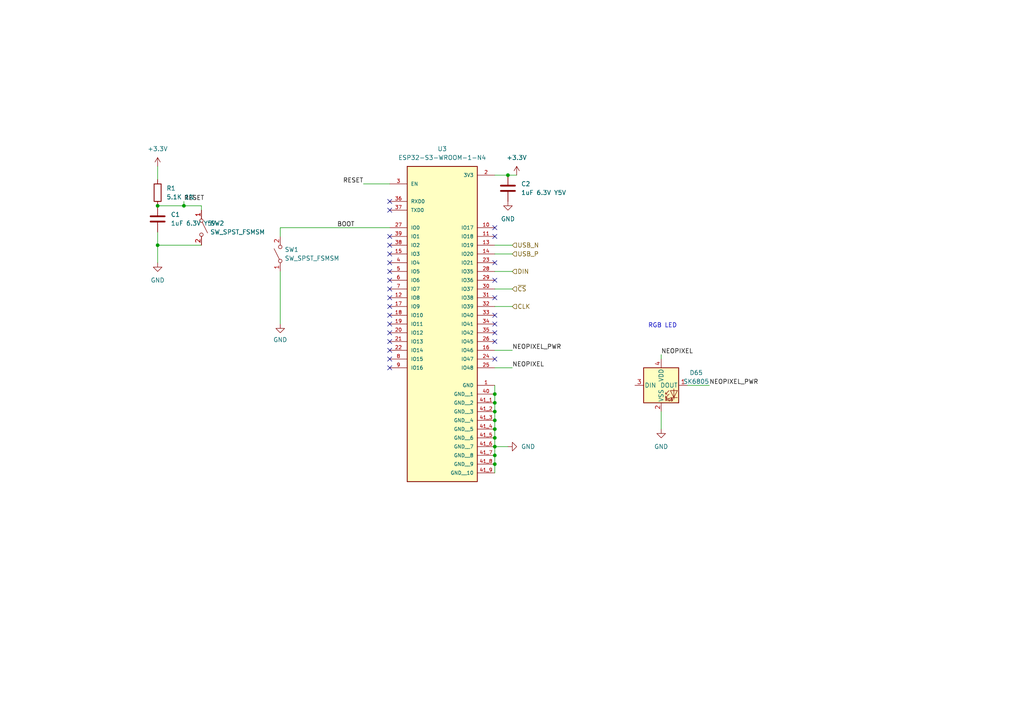
<source format=kicad_sch>
(kicad_sch (version 20230121) (generator eeschema)
  (paper "A4")
  (lib_symbols
    (symbol "Device:C" (pin_numbers hide) (pin_names (offset 0.254))
      (property "Reference" "C" (at 0.635 2.54 0))
      (property "Value" "C" (at 0.635 -2.54 0))
      (symbol "C_0_1"
        (polyline (pts (xy -2.032 -0.762) (xy 2.032 -0.762)) (stroke (width 0.508)))
        (polyline (pts (xy -2.032 0.762) (xy 2.032 0.762)) (stroke (width 0.508)))
      )
      (symbol "C_1_1"
        (pin passive line (at 0 3.81 270) (length 2.794) (name "~") (number "1"))
        (pin passive line (at 0 -3.81 90) (length 2.794) (name "~") (number "2"))
      )
    )
    (symbol "Device:R" (pin_numbers hide) (pin_names (offset 0))
      (property "Reference" "R" (at 2.032 0 90))
      (property "Value" "R" (at 0 0 90))
      (symbol "R_0_1"
        (rectangle (start -1.016 -2.54) (end 1.016 2.54) (stroke (width 0.254)))
      )
      (symbol "R_1_1"
        (pin passive line (at 0 3.81 270) (length 1.27) (name "~") (number "1"))
        (pin passive line (at 0 -3.81 90) (length 1.27) (name "~") (number "2"))
      )
    )
    (symbol "LED:SK6805" (pin_names (offset 0.254))
      (property "Reference" "D" (at 5.08 5.715 0))
      (property "Value" "SK6805" (at 1.27 -5.715 0))
      (symbol "SK6805_0_0"
        (text "RGB" (at 2.286 -4.191 0) (effects (font (size 0.762 0.762))))
      )
      (symbol "SK6805_0_1"
        (polyline (pts (xy 1.27 -3.556) (xy 1.778 -3.556)))
        (polyline (pts (xy 1.27 -2.54) (xy 1.778 -2.54)))
        (polyline (pts (xy 4.699 -3.556) (xy 2.667 -3.556)))
        (polyline (pts (xy 2.286 -2.54) (xy 1.27 -3.556) (xy 1.27 -3.048)))
        (polyline (pts (xy 2.286 -1.524) (xy 1.27 -2.54) (xy 1.27 -2.032)))
        (polyline (pts (xy 3.683 -1.016) (xy 3.683 -3.556) (xy 3.683 -4.064)))
        (polyline (pts (xy 4.699 -1.524) (xy 2.667 -1.524) (xy 3.683 -3.556) (xy 4.699 -1.524)))
        (rectangle (start 5.08 5.08) (end -5.08 -5.08) (stroke (width 0.254)) (fill (type background)))
      )
      (symbol "SK6805_1_1"
        (pin output line (at 7.62 0 180) (length 2.54) (name "DOUT") (number "1"))
        (pin power_in line (at 0 -7.62 90) (length 2.54) (name "VSS") (number "2"))
        (pin input line (at -7.62 0 0) (length 2.54) (name "DIN") (number "3"))
        (pin power_in line (at 0 7.62 270) (length 2.54) (name "VDD") (number "4"))
      )
    )
    (symbol "New_Library:ESP32-S3-WROOM-1-N4" (pin_names (offset 1.016))
      (property "Reference" "U" (at -10.16 34.1122 0))
      (property "Value" "ESP32-S3-WROOM-1-N4" (at -10.16 -60.96 0))
      (symbol "ESP32-S3-WROOM-1-N4_0_0"
        (rectangle (start -10.16 -58.42) (end 10.16 33.02) (stroke (width 0.254)) (fill (type background)))
        (pin power_in line (at 15.24 -30.48 180) (length 5.08) (name "GND") (number "1"))
        (pin bidirectional line (at 15.24 15.24 180) (length 5.08) (name "IO17") (number "10"))
        (pin bidirectional line (at 15.24 12.7 180) (length 5.08) (name "IO18") (number "11"))
        (pin bidirectional line (at -15.24 -5.08 0) (length 5.08) (name "IO8") (number "12"))
        (pin bidirectional line (at 15.24 10.16 180) (length 5.08) (name "IO19") (number "13"))
        (pin bidirectional line (at 15.24 7.62 180) (length 5.08) (name "IO20") (number "14"))
        (pin bidirectional line (at -15.24 7.62 0) (length 5.08) (name "IO3") (number "15"))
        (pin bidirectional line (at 15.24 -20.32 180) (length 5.08) (name "IO46") (number "16"))
        (pin bidirectional line (at -15.24 -7.62 0) (length 5.08) (name "IO9") (number "17"))
        (pin bidirectional line (at -15.24 -10.16 0) (length 5.08) (name "IO10") (number "18"))
        (pin bidirectional line (at -15.24 -12.7 0) (length 5.08) (name "IO11") (number "19"))
        (pin power_in line (at 15.24 30.48 180) (length 5.08) (name "3V3") (number "2"))
        (pin bidirectional line (at -15.24 -15.24 0) (length 5.08) (name "IO12") (number "20"))
        (pin bidirectional line (at -15.24 -17.78 0) (length 5.08) (name "IO13") (number "21"))
        (pin bidirectional line (at -15.24 -20.32 0) (length 5.08) (name "IO14") (number "22"))
        (pin bidirectional line (at 15.24 5.08 180) (length 5.08) (name "IO21") (number "23"))
        (pin bidirectional line (at 15.24 -22.86 180) (length 5.08) (name "IO47") (number "24"))
        (pin bidirectional line (at 15.24 -25.4 180) (length 5.08) (name "IO48") (number "25"))
        (pin bidirectional line (at 15.24 -17.78 180) (length 5.08) (name "IO45") (number "26"))
        (pin bidirectional line (at -15.24 15.24 0) (length 5.08) (name "IO0") (number "27"))
        (pin bidirectional line (at 15.24 2.54 180) (length 5.08) (name "IO35") (number "28"))
        (pin bidirectional line (at 15.24 0 180) (length 5.08) (name "IO36") (number "29"))
        (pin input line (at -15.24 27.94 0) (length 5.08) (name "EN") (number "3"))
        (pin bidirectional line (at 15.24 -2.54 180) (length 5.08) (name "IO37") (number "30"))
        (pin bidirectional line (at 15.24 -5.08 180) (length 5.08) (name "IO38") (number "31"))
        (pin bidirectional line (at 15.24 -7.62 180) (length 5.08) (name "IO39") (number "32"))
        (pin bidirectional line (at 15.24 -10.16 180) (length 5.08) (name "IO40") (number "33"))
        (pin bidirectional line (at 15.24 -12.7 180) (length 5.08) (name "IO41") (number "34"))
        (pin bidirectional line (at 15.24 -15.24 180) (length 5.08) (name "IO42") (number "35"))
        (pin bidirectional line (at -15.24 22.86 0) (length 5.08) (name "RXD0") (number "36"))
        (pin bidirectional line (at -15.24 20.32 0) (length 5.08) (name "TXD0") (number "37"))
        (pin bidirectional line (at -15.24 10.16 0) (length 5.08) (name "IO2") (number "38"))
        (pin bidirectional line (at -15.24 12.7 0) (length 5.08) (name "IO1") (number "39"))
        (pin bidirectional line (at -15.24 5.08 0) (length 5.08) (name "IO4") (number "4"))
        (pin power_in line (at 15.24 -33.02 180) (length 5.08) (name "GND__1") (number "40"))
        (pin power_in line (at 15.24 -35.56 180) (length 5.08) (name "GND__2") (number "41_1"))
        (pin power_in line (at 15.24 -38.1 180) (length 5.08) (name "GND__3") (number "41_2"))
        (pin power_in line (at 15.24 -40.64 180) (length 5.08) (name "GND__4") (number "41_3"))
        (pin power_in line (at 15.24 -43.18 180) (length 5.08) (name "GND__5") (number "41_4"))
        (pin power_in line (at 15.24 -45.72 180) (length 5.08) (name "GND__6") (number "41_5"))
        (pin power_in line (at 15.24 -48.26 180) (length 5.08) (name "GND__7") (number "41_6"))
        (pin power_in line (at 15.24 -50.8 180) (length 5.08) (name "GND__8") (number "41_7"))
        (pin power_in line (at 15.24 -53.34 180) (length 5.08) (name "GND__9") (number "41_8"))
        (pin power_in line (at 15.24 -55.88 180) (length 5.08) (name "GND__10") (number "41_9"))
        (pin bidirectional line (at -15.24 2.54 0) (length 5.08) (name "IO5") (number "5"))
        (pin bidirectional line (at -15.24 0 0) (length 5.08) (name "IO6") (number "6"))
        (pin bidirectional line (at -15.24 -2.54 0) (length 5.08) (name "IO7") (number "7"))
        (pin bidirectional line (at -15.24 -22.86 0) (length 5.08) (name "IO15") (number "8"))
        (pin bidirectional line (at -15.24 -25.4 0) (length 5.08) (name "IO16") (number "9"))
      )
    )
    (symbol "Switch:SW_SPST" (pin_names (offset 0) hide)
      (property "Reference" "SW" (at 0 3.175 0))
      (property "Value" "SW_SPST" (at 0 -2.54 0))
      (symbol "SW_SPST_0_0"
        (circle (center -2.032 0) (radius 0.508))
        (polyline (pts (xy -1.524 0.254) (xy 1.524 1.778)))
        (circle (center 2.032 0) (radius 0.508))
      )
      (symbol "SW_SPST_1_1"
        (pin passive line (at -5.08 0 0) (length 2.54) (name "A") (number "1"))
        (pin passive line (at 5.08 0 180) (length 2.54) (name "B") (number "2"))
      )
    )
    (symbol "power:+3.3V" (power) (pin_names (offset 0))
      (property "Value" "+3.3V" (at 0 3.556 0))
      (symbol "+3.3V_0_1"
        (polyline (pts (xy -0.762 1.27) (xy 0 2.54)))
        (polyline (pts (xy 0 0) (xy 0 2.54)))
        (polyline (pts (xy 0 2.54) (xy 0.762 1.27)))
      )
      (symbol "+3.3V_1_1"
        (pin power_in line (at 0 0 90) (length 0) hide (name "+3.3V") (number "1"))
      )
    )
    (symbol "power:GND" (power) (pin_names (offset 0))
      (property "Value" "GND" (at 0 -3.81 0))
      (symbol "GND_0_1"
        (polyline (pts (xy 0 0) (xy 0 -1.27) (xy 1.27 -1.27) (xy 0 -2.54) (xy -1.27 -1.27) (xy 0 -1.27)))
      )
      (symbol "GND_1_1"
        (pin power_in line (at 0 0 270) (length 0) hide (name "GND") (number "1"))
      )
    )
  )
  (junction (at 143.51 134.62))
  (junction (at 45.72 59.69))
  (junction (at 143.51 114.3))
  (junction (at 143.51 119.38))
  (junction (at 143.51 132.08))
  (junction (at 147.32 50.8))
  (junction (at 143.51 129.54))
  (junction (at 143.51 124.46))
  (junction (at 143.51 116.84))
  (junction (at 143.51 127))
  (junction (at 45.72 71.12))
  (junction (at 143.51 121.92))
  (junction (at 53.34 59.69))
  (no_connect (at 143.51 104.14))
  (no_connect (at 113.03 104.14))
  (no_connect (at 113.03 76.2))
  (no_connect (at 113.03 73.66))
  (no_connect (at 113.03 88.9))
  (no_connect (at 143.51 96.52))
  (no_connect (at 113.03 101.6))
  (no_connect (at 143.51 93.98))
  (no_connect (at 113.03 60.96))
  (no_connect (at 143.51 91.44))
  (no_connect (at 143.51 66.04))
  (no_connect (at 113.03 78.74))
  (no_connect (at 113.03 93.98))
  (no_connect (at 143.51 86.36))
  (no_connect (at 113.03 91.44))
  (no_connect (at 143.51 76.2))
  (no_connect (at 113.03 58.42))
  (no_connect (at 113.03 68.58))
  (no_connect (at 113.03 81.28))
  (no_connect (at 143.51 68.58))
  (no_connect (at 113.03 99.06))
  (no_connect (at 113.03 106.68))
  (no_connect (at 143.51 81.28))
  (no_connect (at 113.03 96.52))
  (no_connect (at 113.03 83.82))
  (no_connect (at 113.03 71.12))
  (no_connect (at 113.03 86.36))
  (no_connect (at 143.51 99.06))
  (wire (pts (xy 147.32 50.8) (xy 149.86 50.8)))
  (wire (pts (xy 143.51 116.84) (xy 143.51 119.38)))
  (wire (pts (xy 143.51 119.38) (xy 143.51 121.92)))
  (wire (pts (xy 53.34 59.69) (xy 58.42 59.69)))
  (wire (pts (xy 53.34 58.42) (xy 53.34 59.69)))
  (wire (pts (xy 143.51 73.66) (xy 148.59 73.66)))
  (wire (pts (xy 45.72 67.31) (xy 45.72 71.12)))
  (wire (pts (xy 143.51 71.12) (xy 148.59 71.12)))
  (wire (pts (xy 143.51 127) (xy 143.51 129.54)))
  (wire (pts (xy 143.51 101.6) (xy 148.59 101.6)))
  (wire (pts (xy 81.28 66.04) (xy 113.03 66.04)))
  (wire (pts (xy 143.51 78.74) (xy 148.59 78.74)))
  (wire (pts (xy 81.28 78.74) (xy 81.28 93.98)))
  (wire (pts (xy 143.51 121.92) (xy 143.51 124.46)))
  (wire (pts (xy 191.77 102.87) (xy 191.77 104.14)))
  (wire (pts (xy 81.28 68.58) (xy 81.28 66.04)))
  (wire (pts (xy 105.41 53.34) (xy 113.03 53.34)))
  (wire (pts (xy 143.51 129.54) (xy 143.51 132.08)))
  (wire (pts (xy 143.51 106.68) (xy 148.59 106.68)))
  (wire (pts (xy 58.42 59.69) (xy 58.42 60.96)))
  (wire (pts (xy 143.51 111.76) (xy 143.51 114.3)))
  (wire (pts (xy 143.51 88.9) (xy 148.59 88.9)))
  (wire (pts (xy 45.72 71.12) (xy 45.72 76.2)))
  (wire (pts (xy 45.72 71.12) (xy 58.42 71.12)))
  (wire (pts (xy 143.51 129.54) (xy 147.32 129.54)))
  (wire (pts (xy 143.51 124.46) (xy 143.51 127)))
  (wire (pts (xy 143.51 50.8) (xy 147.32 50.8)))
  (wire (pts (xy 45.72 48.26) (xy 45.72 52.07)))
  (wire (pts (xy 45.72 59.69) (xy 53.34 59.69)))
  (wire (pts (xy 143.51 83.82) (xy 148.59 83.82)))
  (wire (pts (xy 143.51 132.08) (xy 143.51 134.62)))
  (wire (pts (xy 143.51 134.62) (xy 143.51 137.16)))
  (wire (pts (xy 199.39 111.76) (xy 205.74 111.76)))
  (wire (pts (xy 191.77 119.38) (xy 191.77 124.46)))
  (wire (pts (xy 143.51 114.3) (xy 143.51 116.84)))
  (text "RGB LED\n" (at 187.96 95.25 0) (effects (font (size 1.27 1.27)) (justify left bottom)))
  (label "RESET" (at 53.34 58.42 0))
  (label "NEOPIXEL" (at 148.59 106.68 0))
  (label "RESET" (at 105.41 53.34 180))
  (label "NEOPIXEL_PWR" (at 205.74 111.76 0))
  (label "BOOT" (at 102.87 66.04 180))
  (label "NEOPIXEL" (at 191.77 102.87 0))
  (label "NEOPIXEL_PWR" (at 148.59 101.6 0))
  (hierarchical_label "USB_N" (shape input) (at 148.59 71.12 0))
  (hierarchical_label "DIN" (shape input) (at 148.59 78.74 0))
  (hierarchical_label "~{CS}" (shape input) (at 148.59 83.82 0))
  (hierarchical_label "USB_P" (shape input) (at 148.59 73.66 0))
  (hierarchical_label "CLK" (shape input) (at 148.59 88.9 0))
  (symbol (lib_id "Device:R") (at 45.72 55.88 0) (unit 1)
    (property "Reference" "R1" (at 48.26 54.61 0) (effects (justify left)))
    (property "Value" "5.1K 1%" (at 48.26 57.15 0) (effects (justify left)))
    (property "Footprint" "Resistor_SMD:R_0603_1608Metric" (effects hide))
  )
  (symbol (lib_id "power:GND") (at 81.28 93.98 0) (unit 1)
    (property "Reference" "#PWR08" (effects hide))
    (property "Value" "GND" (at 81.28 98.5548 0))
  )
  (symbol (lib_id "New_Library:ESP32-S3-WROOM-1-N4") (at 128.27 81.28 0) (unit 1)
    (property "Reference" "U3" (at 128.27 43.18 0))
    (property "Value" "ESP32-S3-WROOM-1-N4" (at 128.27 45.72 0))
    (property "Footprint" "Library:XCVR_ESP32-S3-WROOM-1-N4" (effects hide))
    (property "PARTREV" "v1.0" (effects hide))
    (property "MANUFACTURER" "Espressif" (effects hide))
    (property "MAXIMUM_PACKAGE_HEIGHT" "3.25mm" (effects hide))
    (property "STANDARD" "Manufacturer Recommendations" (effects hide))
  )
  (symbol (lib_id "Device:C") (at 147.32 54.61 0) (unit 1)
    (property "Reference" "C2" (at 151.13 53.34 0) (effects (justify left)))
    (property "Value" "1uF 6.3V Y5V" (at 151.13 55.88 0) (effects (justify left)))
    (property "Footprint" "Capacitor_SMD:C_0603_1608Metric" (effects hide))
  )
  (symbol (lib_id "power:+3.3V") (at 149.86 50.8 0) (unit 1)
    (property "Reference" "#PWR018" (effects hide))
    (property "Value" "+3.3V" (at 149.86 45.72 0))
  )
  (symbol (lib_id "power:GND") (at 147.32 58.42 0) (unit 1)
    (property "Reference" "#PWR016" (effects hide))
    (property "Value" "GND" (at 147.32 63.5 0))
  )
  (symbol (lib_id "Switch:SW_SPST") (at 81.28 73.66 90) (unit 1)
    (property "Reference" "SW1" (at 82.55 72.39 90) (effects (justify right)))
    (property "Value" "SW_SPST_FSMSM" (at 82.55 74.93 90) (effects (justify right)))
    (property "Footprint" "Button_Switch_SMD:SW_SPST_FSMSM" (effects hide))
  )
  (symbol (lib_id "LED:SK6805") (at 191.77 111.76 0) (unit 1)
    (property "Reference" "D65" (at 201.93 108.1121 0))
    (property "Value" "SK6805" (at 201.93 110.6521 0))
    (property "Footprint" "LED_SMD:LED_SK6805_PLCC4_2.4x2.7mm_P1.3mm" (effects hide))
    (property "Datasheet" "https://cdn-shop.adafruit.com/product-files/3484/3484_Datasheet.pdf" (effects hide))
  )
  (symbol (lib_id "power:GND") (at 147.32 129.54 90) (unit 1)
    (property "Reference" "#PWR07" (effects hide))
    (property "Value" "GND" (at 151.13 129.54 90) (effects (justify right)))
  )
  (symbol (lib_id "Switch:SW_SPST") (at 58.42 66.04 270) (unit 1)
    (property "Reference" "SW2" (at 60.96 64.77 90) (effects (justify left)))
    (property "Value" "SW_SPST_FSMSM" (at 60.96 67.31 90) (effects (justify left)))
    (property "Footprint" "Button_Switch_SMD:SW_SPST_FSMSM" (effects hide))
  )
  (symbol (lib_id "Device:C") (at 45.72 63.5 0) (unit 1)
    (property "Reference" "C1" (at 49.53 62.23 0) (effects (justify left)))
    (property "Value" "1uF 6.3V Y5V" (at 49.53 64.77 0) (effects (justify left)))
    (property "Footprint" "Capacitor_SMD:C_0603_1608Metric" (effects hide))
  )
  (symbol (lib_id "power:GND") (at 191.77 124.46 0) (unit 1)
    (property "Reference" "#PWR011" (effects hide))
    (property "Value" "GND" (at 191.77 129.54 0))
  )
  (symbol (lib_id "power:GND") (at 45.72 76.2 0) (unit 1)
    (property "Reference" "#PWR010" (effects hide))
    (property "Value" "GND" (at 45.72 81.28 0))
  )
  (symbol (lib_id "power:+3.3V") (at 45.72 48.26 0) (unit 1)
    (property "Reference" "#PWR09" (effects hide))
    (property "Value" "+3.3V" (at 45.72 43.18 0))
  )
)
</source>
